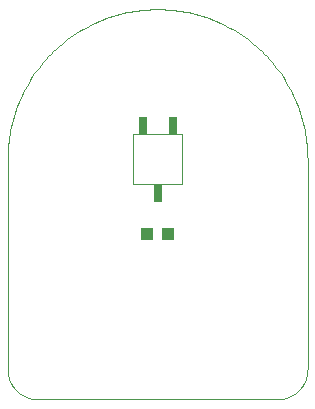
<source format=gtp>
G75*
%MOIN*%
%OFA0B0*%
%FSLAX25Y25*%
%IPPOS*%
%LPD*%
%AMOC8*
5,1,8,0,0,1.08239X$1,22.5*
%
%ADD10R,0.04331X0.03937*%
%ADD11C,0.00000*%
%ADD12R,0.02756X0.05906*%
D10*
X0053454Y0079006D03*
X0060146Y0079006D03*
D11*
X0096800Y0024006D02*
X0016800Y0024006D01*
X0016558Y0024009D01*
X0016317Y0024018D01*
X0016076Y0024032D01*
X0015835Y0024053D01*
X0015595Y0024079D01*
X0015355Y0024111D01*
X0015116Y0024149D01*
X0014879Y0024192D01*
X0014642Y0024242D01*
X0014407Y0024297D01*
X0014173Y0024357D01*
X0013941Y0024424D01*
X0013710Y0024495D01*
X0013481Y0024573D01*
X0013254Y0024656D01*
X0013029Y0024744D01*
X0012806Y0024838D01*
X0012586Y0024937D01*
X0012368Y0025042D01*
X0012153Y0025151D01*
X0011940Y0025266D01*
X0011730Y0025386D01*
X0011524Y0025511D01*
X0011320Y0025641D01*
X0011119Y0025776D01*
X0010922Y0025916D01*
X0010728Y0026060D01*
X0010538Y0026209D01*
X0010352Y0026363D01*
X0010169Y0026521D01*
X0009990Y0026683D01*
X0009815Y0026850D01*
X0009644Y0027021D01*
X0009477Y0027196D01*
X0009315Y0027375D01*
X0009157Y0027558D01*
X0009003Y0027744D01*
X0008854Y0027934D01*
X0008710Y0028128D01*
X0008570Y0028325D01*
X0008435Y0028526D01*
X0008305Y0028730D01*
X0008180Y0028936D01*
X0008060Y0029146D01*
X0007945Y0029359D01*
X0007836Y0029574D01*
X0007731Y0029792D01*
X0007632Y0030012D01*
X0007538Y0030235D01*
X0007450Y0030460D01*
X0007367Y0030687D01*
X0007289Y0030916D01*
X0007218Y0031147D01*
X0007151Y0031379D01*
X0007091Y0031613D01*
X0007036Y0031848D01*
X0006986Y0032085D01*
X0006943Y0032322D01*
X0006905Y0032561D01*
X0006873Y0032801D01*
X0006847Y0033041D01*
X0006826Y0033282D01*
X0006812Y0033523D01*
X0006803Y0033764D01*
X0006800Y0034006D01*
X0006800Y0104006D01*
X0048532Y0095738D02*
X0048532Y0112274D01*
X0065068Y0112274D01*
X0065068Y0095738D01*
X0048532Y0095738D01*
X0006800Y0104006D02*
X0006815Y0105224D01*
X0006859Y0106440D01*
X0006933Y0107656D01*
X0007037Y0108869D01*
X0007170Y0110079D01*
X0007333Y0111286D01*
X0007525Y0112488D01*
X0007746Y0113686D01*
X0007996Y0114878D01*
X0008275Y0116063D01*
X0008583Y0117241D01*
X0008920Y0118411D01*
X0009285Y0119573D01*
X0009678Y0120725D01*
X0010099Y0121868D01*
X0010548Y0122999D01*
X0011024Y0124120D01*
X0011528Y0125229D01*
X0012058Y0126325D01*
X0012615Y0127408D01*
X0013198Y0128477D01*
X0013806Y0129531D01*
X0014441Y0130571D01*
X0015100Y0131594D01*
X0015784Y0132602D01*
X0016493Y0133592D01*
X0017225Y0134565D01*
X0017981Y0135519D01*
X0018760Y0136455D01*
X0019561Y0137372D01*
X0020385Y0138269D01*
X0021230Y0139145D01*
X0022096Y0140001D01*
X0022983Y0140836D01*
X0023890Y0141648D01*
X0024816Y0142438D01*
X0025762Y0143206D01*
X0026725Y0143950D01*
X0027707Y0144670D01*
X0028706Y0145367D01*
X0029721Y0146039D01*
X0030753Y0146686D01*
X0031800Y0147307D01*
X0032862Y0147903D01*
X0033938Y0148473D01*
X0035027Y0149017D01*
X0036130Y0149533D01*
X0037245Y0150023D01*
X0038371Y0150486D01*
X0039508Y0150921D01*
X0040656Y0151328D01*
X0041813Y0151707D01*
X0042979Y0152058D01*
X0044153Y0152380D01*
X0045335Y0152674D01*
X0046524Y0152939D01*
X0047718Y0153174D01*
X0048918Y0153381D01*
X0050123Y0153558D01*
X0051331Y0153706D01*
X0052543Y0153824D01*
X0053758Y0153913D01*
X0054974Y0153973D01*
X0056191Y0154002D01*
X0057409Y0154002D01*
X0058626Y0153973D01*
X0059842Y0153913D01*
X0061057Y0153824D01*
X0062269Y0153706D01*
X0063477Y0153558D01*
X0064682Y0153381D01*
X0065882Y0153174D01*
X0067076Y0152939D01*
X0068265Y0152674D01*
X0069447Y0152380D01*
X0070621Y0152058D01*
X0071787Y0151707D01*
X0072944Y0151328D01*
X0074092Y0150921D01*
X0075229Y0150486D01*
X0076355Y0150023D01*
X0077470Y0149533D01*
X0078573Y0149017D01*
X0079662Y0148473D01*
X0080738Y0147903D01*
X0081800Y0147307D01*
X0082847Y0146686D01*
X0083879Y0146039D01*
X0084894Y0145367D01*
X0085893Y0144670D01*
X0086875Y0143950D01*
X0087838Y0143206D01*
X0088784Y0142438D01*
X0089710Y0141648D01*
X0090617Y0140836D01*
X0091504Y0140001D01*
X0092370Y0139145D01*
X0093215Y0138269D01*
X0094039Y0137372D01*
X0094840Y0136455D01*
X0095619Y0135519D01*
X0096375Y0134565D01*
X0097107Y0133592D01*
X0097816Y0132602D01*
X0098500Y0131594D01*
X0099159Y0130571D01*
X0099794Y0129531D01*
X0100402Y0128477D01*
X0100985Y0127408D01*
X0101542Y0126325D01*
X0102072Y0125229D01*
X0102576Y0124120D01*
X0103052Y0122999D01*
X0103501Y0121868D01*
X0103922Y0120725D01*
X0104315Y0119573D01*
X0104680Y0118411D01*
X0105017Y0117241D01*
X0105325Y0116063D01*
X0105604Y0114878D01*
X0105854Y0113686D01*
X0106075Y0112488D01*
X0106267Y0111286D01*
X0106430Y0110079D01*
X0106563Y0108869D01*
X0106667Y0107656D01*
X0106741Y0106440D01*
X0106785Y0105224D01*
X0106800Y0104006D01*
X0106800Y0034006D01*
X0106797Y0033764D01*
X0106788Y0033523D01*
X0106774Y0033282D01*
X0106753Y0033041D01*
X0106727Y0032801D01*
X0106695Y0032561D01*
X0106657Y0032322D01*
X0106614Y0032085D01*
X0106564Y0031848D01*
X0106509Y0031613D01*
X0106449Y0031379D01*
X0106382Y0031147D01*
X0106311Y0030916D01*
X0106233Y0030687D01*
X0106150Y0030460D01*
X0106062Y0030235D01*
X0105968Y0030012D01*
X0105869Y0029792D01*
X0105764Y0029574D01*
X0105655Y0029359D01*
X0105540Y0029146D01*
X0105420Y0028936D01*
X0105295Y0028730D01*
X0105165Y0028526D01*
X0105030Y0028325D01*
X0104890Y0028128D01*
X0104746Y0027934D01*
X0104597Y0027744D01*
X0104443Y0027558D01*
X0104285Y0027375D01*
X0104123Y0027196D01*
X0103956Y0027021D01*
X0103785Y0026850D01*
X0103610Y0026683D01*
X0103431Y0026521D01*
X0103248Y0026363D01*
X0103062Y0026209D01*
X0102872Y0026060D01*
X0102678Y0025916D01*
X0102481Y0025776D01*
X0102280Y0025641D01*
X0102076Y0025511D01*
X0101870Y0025386D01*
X0101660Y0025266D01*
X0101447Y0025151D01*
X0101232Y0025042D01*
X0101014Y0024937D01*
X0100794Y0024838D01*
X0100571Y0024744D01*
X0100346Y0024656D01*
X0100119Y0024573D01*
X0099890Y0024495D01*
X0099659Y0024424D01*
X0099427Y0024357D01*
X0099193Y0024297D01*
X0098958Y0024242D01*
X0098721Y0024192D01*
X0098484Y0024149D01*
X0098245Y0024111D01*
X0098005Y0024079D01*
X0097765Y0024053D01*
X0097524Y0024032D01*
X0097283Y0024018D01*
X0097042Y0024009D01*
X0096800Y0024006D01*
D12*
X0056800Y0092785D03*
X0051800Y0115226D03*
X0061800Y0115226D03*
M02*

</source>
